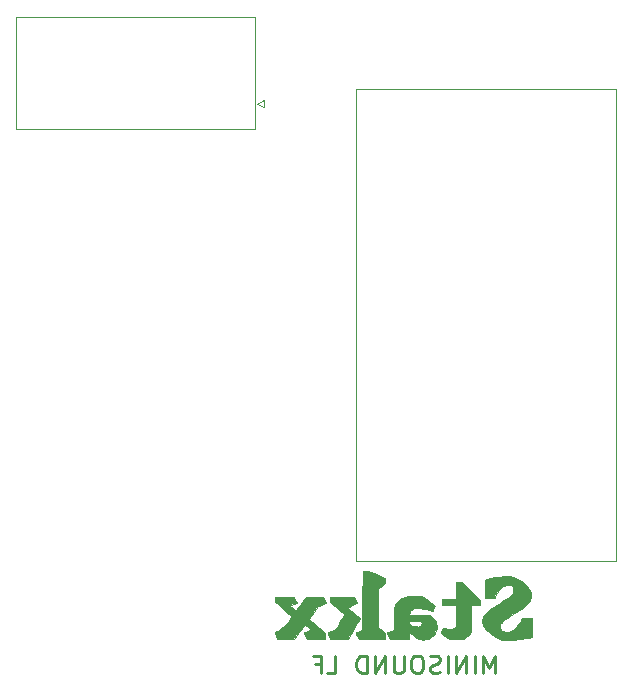
<source format=gbo>
G04 #@! TF.GenerationSoftware,KiCad,Pcbnew,(5.1.9)-1*
G04 #@! TF.CreationDate,2021-05-25T00:15:28+02:00*
G04 #@! TF.ProjectId,LF,4c462e6b-6963-4616-945f-706362585858,rev?*
G04 #@! TF.SameCoordinates,Original*
G04 #@! TF.FileFunction,Legend,Bot*
G04 #@! TF.FilePolarity,Positive*
%FSLAX46Y46*%
G04 Gerber Fmt 4.6, Leading zero omitted, Abs format (unit mm)*
G04 Created by KiCad (PCBNEW (5.1.9)-1) date 2021-05-25 00:15:28*
%MOMM*%
%LPD*%
G01*
G04 APERTURE LIST*
%ADD10C,0.120000*%
%ADD11C,0.220000*%
%ADD12C,0.010000*%
%ADD13O,3.600000X2.100000*%
%ADD14C,2.010000*%
%ADD15C,2.400000*%
G04 APERTURE END LIST*
D10*
X58590000Y-66970000D02*
X80590000Y-66970000D01*
X80590000Y-26970000D02*
X80590000Y-66970000D01*
X58590000Y-26970000D02*
X80590000Y-26970000D01*
X58590000Y-26970000D02*
X58590000Y-66970000D01*
D11*
X70352857Y-76448571D02*
X70352857Y-74948571D01*
X69852857Y-76020000D01*
X69352857Y-74948571D01*
X69352857Y-76448571D01*
X68638571Y-76448571D02*
X68638571Y-74948571D01*
X67924285Y-76448571D02*
X67924285Y-74948571D01*
X67067142Y-76448571D01*
X67067142Y-74948571D01*
X66352857Y-76448571D02*
X66352857Y-74948571D01*
X65710000Y-76377142D02*
X65495714Y-76448571D01*
X65138571Y-76448571D01*
X64995714Y-76377142D01*
X64924285Y-76305714D01*
X64852857Y-76162857D01*
X64852857Y-76020000D01*
X64924285Y-75877142D01*
X64995714Y-75805714D01*
X65138571Y-75734285D01*
X65424285Y-75662857D01*
X65567142Y-75591428D01*
X65638571Y-75520000D01*
X65710000Y-75377142D01*
X65710000Y-75234285D01*
X65638571Y-75091428D01*
X65567142Y-75020000D01*
X65424285Y-74948571D01*
X65067142Y-74948571D01*
X64852857Y-75020000D01*
X63924285Y-74948571D02*
X63638571Y-74948571D01*
X63495714Y-75020000D01*
X63352857Y-75162857D01*
X63281428Y-75448571D01*
X63281428Y-75948571D01*
X63352857Y-76234285D01*
X63495714Y-76377142D01*
X63638571Y-76448571D01*
X63924285Y-76448571D01*
X64067142Y-76377142D01*
X64210000Y-76234285D01*
X64281428Y-75948571D01*
X64281428Y-75448571D01*
X64210000Y-75162857D01*
X64067142Y-75020000D01*
X63924285Y-74948571D01*
X62638571Y-74948571D02*
X62638571Y-76162857D01*
X62567142Y-76305714D01*
X62495714Y-76377142D01*
X62352857Y-76448571D01*
X62067142Y-76448571D01*
X61924285Y-76377142D01*
X61852857Y-76305714D01*
X61781428Y-76162857D01*
X61781428Y-74948571D01*
X61067142Y-76448571D02*
X61067142Y-74948571D01*
X60210000Y-76448571D01*
X60210000Y-74948571D01*
X59495714Y-76448571D02*
X59495714Y-74948571D01*
X59138571Y-74948571D01*
X58924285Y-75020000D01*
X58781428Y-75162857D01*
X58710000Y-75305714D01*
X58638571Y-75591428D01*
X58638571Y-75805714D01*
X58710000Y-76091428D01*
X58781428Y-76234285D01*
X58924285Y-76377142D01*
X59138571Y-76448571D01*
X59495714Y-76448571D01*
X56138571Y-76448571D02*
X56852857Y-76448571D01*
X56852857Y-74948571D01*
X55138571Y-75662857D02*
X55638571Y-75662857D01*
X55638571Y-76448571D02*
X55638571Y-74948571D01*
X54924285Y-74948571D01*
D12*
G36*
X71397152Y-68234550D02*
G01*
X71085268Y-68245729D01*
X70748614Y-68275953D01*
X70401153Y-68323185D01*
X70056850Y-68385392D01*
X69729667Y-68460538D01*
X69594678Y-68497192D01*
X69478923Y-68530316D01*
X69478923Y-70070590D01*
X70329354Y-70070590D01*
X70402738Y-69921762D01*
X70556922Y-69650072D01*
X70738229Y-69407933D01*
X70823947Y-69312869D01*
X70955689Y-69184347D01*
X71076759Y-69089512D01*
X71195821Y-69022421D01*
X71307448Y-68981130D01*
X71467321Y-68951037D01*
X71608312Y-68957807D01*
X71727325Y-68999386D01*
X71821265Y-69073719D01*
X71887035Y-69178751D01*
X71921542Y-69312429D01*
X71926104Y-69391717D01*
X71919823Y-69489985D01*
X71899541Y-69582703D01*
X71862618Y-69672381D01*
X71806417Y-69761530D01*
X71728301Y-69852659D01*
X71625631Y-69948278D01*
X71495771Y-70050898D01*
X71336083Y-70163029D01*
X71143928Y-70287181D01*
X70916670Y-70425864D01*
X70713645Y-70545562D01*
X70463901Y-70693372D01*
X70250172Y-70825110D01*
X70068667Y-70943688D01*
X69915598Y-71052014D01*
X69787176Y-71152997D01*
X69679611Y-71249548D01*
X69589114Y-71344574D01*
X69511895Y-71440986D01*
X69471141Y-71499530D01*
X69387446Y-71639835D01*
X69333475Y-71768179D01*
X69304307Y-71899884D01*
X69295039Y-72047828D01*
X69295839Y-72136584D01*
X69302395Y-72203812D01*
X69318629Y-72265291D01*
X69348465Y-72336805D01*
X69386309Y-72414966D01*
X69496842Y-72597579D01*
X69644580Y-72780086D01*
X69822886Y-72957657D01*
X70025122Y-73125465D01*
X70244651Y-73278681D01*
X70474833Y-73412475D01*
X70709032Y-73522020D01*
X70940610Y-73602486D01*
X71058496Y-73631380D01*
X71174223Y-73647961D01*
X71320586Y-73657774D01*
X71484591Y-73660463D01*
X71653245Y-73655671D01*
X71738906Y-73650069D01*
X72030067Y-73622893D01*
X72322546Y-73588164D01*
X72606348Y-73547389D01*
X72871481Y-73502073D01*
X73107951Y-73453723D01*
X73220945Y-73426695D01*
X73458698Y-73366171D01*
X73464492Y-72589301D01*
X73470286Y-71812430D01*
X72637826Y-71812430D01*
X72537790Y-71984597D01*
X72380692Y-72229384D01*
X72214371Y-72440392D01*
X72040951Y-72616253D01*
X71862556Y-72755598D01*
X71681308Y-72857060D01*
X71499332Y-72919270D01*
X71318751Y-72940859D01*
X71141690Y-72920459D01*
X71102054Y-72909793D01*
X70986484Y-72853625D01*
X70893474Y-72765807D01*
X70828142Y-72655187D01*
X70795608Y-72530618D01*
X70800989Y-72400948D01*
X70802811Y-72392387D01*
X70827023Y-72308456D01*
X70862951Y-72233574D01*
X70917281Y-72157572D01*
X70996699Y-72070282D01*
X71048671Y-72018479D01*
X71114863Y-71957297D01*
X71190445Y-71894690D01*
X71279822Y-71827678D01*
X71387397Y-71753279D01*
X71517575Y-71668513D01*
X71674759Y-71570399D01*
X71863354Y-71455957D01*
X72003489Y-71372222D01*
X72223655Y-71239841D01*
X72409674Y-71124548D01*
X72566418Y-71022887D01*
X72698761Y-70931404D01*
X72811575Y-70846641D01*
X72909733Y-70765145D01*
X72998108Y-70683458D01*
X73053866Y-70627322D01*
X73193530Y-70470737D01*
X73296948Y-70326027D01*
X73367463Y-70185641D01*
X73408417Y-70042028D01*
X73423152Y-69887636D01*
X73421377Y-69796997D01*
X73408552Y-69668999D01*
X73382353Y-69563205D01*
X73352469Y-69488755D01*
X73242685Y-69294058D01*
X73094984Y-69100857D01*
X72915411Y-68914070D01*
X72710013Y-68738617D01*
X72484836Y-68579418D01*
X72245928Y-68441391D01*
X71999334Y-68329457D01*
X71871198Y-68283560D01*
X71801471Y-68262926D01*
X71734687Y-68248829D01*
X71659934Y-68240140D01*
X71566302Y-68235732D01*
X71442878Y-68234477D01*
X71397152Y-68234550D01*
G37*
X71397152Y-68234550D02*
X71085268Y-68245729D01*
X70748614Y-68275953D01*
X70401153Y-68323185D01*
X70056850Y-68385392D01*
X69729667Y-68460538D01*
X69594678Y-68497192D01*
X69478923Y-68530316D01*
X69478923Y-70070590D01*
X70329354Y-70070590D01*
X70402738Y-69921762D01*
X70556922Y-69650072D01*
X70738229Y-69407933D01*
X70823947Y-69312869D01*
X70955689Y-69184347D01*
X71076759Y-69089512D01*
X71195821Y-69022421D01*
X71307448Y-68981130D01*
X71467321Y-68951037D01*
X71608312Y-68957807D01*
X71727325Y-68999386D01*
X71821265Y-69073719D01*
X71887035Y-69178751D01*
X71921542Y-69312429D01*
X71926104Y-69391717D01*
X71919823Y-69489985D01*
X71899541Y-69582703D01*
X71862618Y-69672381D01*
X71806417Y-69761530D01*
X71728301Y-69852659D01*
X71625631Y-69948278D01*
X71495771Y-70050898D01*
X71336083Y-70163029D01*
X71143928Y-70287181D01*
X70916670Y-70425864D01*
X70713645Y-70545562D01*
X70463901Y-70693372D01*
X70250172Y-70825110D01*
X70068667Y-70943688D01*
X69915598Y-71052014D01*
X69787176Y-71152997D01*
X69679611Y-71249548D01*
X69589114Y-71344574D01*
X69511895Y-71440986D01*
X69471141Y-71499530D01*
X69387446Y-71639835D01*
X69333475Y-71768179D01*
X69304307Y-71899884D01*
X69295039Y-72047828D01*
X69295839Y-72136584D01*
X69302395Y-72203812D01*
X69318629Y-72265291D01*
X69348465Y-72336805D01*
X69386309Y-72414966D01*
X69496842Y-72597579D01*
X69644580Y-72780086D01*
X69822886Y-72957657D01*
X70025122Y-73125465D01*
X70244651Y-73278681D01*
X70474833Y-73412475D01*
X70709032Y-73522020D01*
X70940610Y-73602486D01*
X71058496Y-73631380D01*
X71174223Y-73647961D01*
X71320586Y-73657774D01*
X71484591Y-73660463D01*
X71653245Y-73655671D01*
X71738906Y-73650069D01*
X72030067Y-73622893D01*
X72322546Y-73588164D01*
X72606348Y-73547389D01*
X72871481Y-73502073D01*
X73107951Y-73453723D01*
X73220945Y-73426695D01*
X73458698Y-73366171D01*
X73464492Y-72589301D01*
X73470286Y-71812430D01*
X72637826Y-71812430D01*
X72537790Y-71984597D01*
X72380692Y-72229384D01*
X72214371Y-72440392D01*
X72040951Y-72616253D01*
X71862556Y-72755598D01*
X71681308Y-72857060D01*
X71499332Y-72919270D01*
X71318751Y-72940859D01*
X71141690Y-72920459D01*
X71102054Y-72909793D01*
X70986484Y-72853625D01*
X70893474Y-72765807D01*
X70828142Y-72655187D01*
X70795608Y-72530618D01*
X70800989Y-72400948D01*
X70802811Y-72392387D01*
X70827023Y-72308456D01*
X70862951Y-72233574D01*
X70917281Y-72157572D01*
X70996699Y-72070282D01*
X71048671Y-72018479D01*
X71114863Y-71957297D01*
X71190445Y-71894690D01*
X71279822Y-71827678D01*
X71387397Y-71753279D01*
X71517575Y-71668513D01*
X71674759Y-71570399D01*
X71863354Y-71455957D01*
X72003489Y-71372222D01*
X72223655Y-71239841D01*
X72409674Y-71124548D01*
X72566418Y-71022887D01*
X72698761Y-70931404D01*
X72811575Y-70846641D01*
X72909733Y-70765145D01*
X72998108Y-70683458D01*
X73053866Y-70627322D01*
X73193530Y-70470737D01*
X73296948Y-70326027D01*
X73367463Y-70185641D01*
X73408417Y-70042028D01*
X73423152Y-69887636D01*
X73421377Y-69796997D01*
X73408552Y-69668999D01*
X73382353Y-69563205D01*
X73352469Y-69488755D01*
X73242685Y-69294058D01*
X73094984Y-69100857D01*
X72915411Y-68914070D01*
X72710013Y-68738617D01*
X72484836Y-68579418D01*
X72245928Y-68441391D01*
X71999334Y-68329457D01*
X71871198Y-68283560D01*
X71801471Y-68262926D01*
X71734687Y-68248829D01*
X71659934Y-68240140D01*
X71566302Y-68235732D01*
X71442878Y-68234477D01*
X71397152Y-68234550D01*
G36*
X67053576Y-70158784D02*
G01*
X65885000Y-70158784D01*
X65885000Y-70687951D01*
X67053576Y-70687951D01*
X67053576Y-71566635D01*
X67053533Y-71786442D01*
X67053251Y-71966526D01*
X67052503Y-72111259D01*
X67051061Y-72225016D01*
X67048695Y-72312170D01*
X67045178Y-72377093D01*
X67040283Y-72424161D01*
X67033780Y-72457746D01*
X67025441Y-72482222D01*
X67015039Y-72501962D01*
X67003892Y-72519045D01*
X66935587Y-72595895D01*
X66846085Y-72649328D01*
X66726058Y-72684404D01*
X66685708Y-72691625D01*
X66502192Y-72700870D01*
X66299139Y-72673666D01*
X66131066Y-72627799D01*
X66056913Y-72605334D01*
X65998865Y-72591322D01*
X65970335Y-72588760D01*
X65954619Y-72609938D01*
X65926634Y-72661142D01*
X65891337Y-72731803D01*
X65853682Y-72811353D01*
X65818627Y-72889223D01*
X65791128Y-72954845D01*
X65776140Y-72997652D01*
X65774757Y-73005799D01*
X65791269Y-73023775D01*
X65837242Y-73064354D01*
X65907330Y-73123065D01*
X65996190Y-73195434D01*
X66098475Y-73276991D01*
X66105428Y-73282477D01*
X66223590Y-73375618D01*
X66316359Y-73446014D01*
X66393092Y-73497093D01*
X66463146Y-73532280D01*
X66535876Y-73555000D01*
X66620640Y-73568681D01*
X66726794Y-73576749D01*
X66863695Y-73582629D01*
X66932309Y-73585258D01*
X67133509Y-73588758D01*
X67300737Y-73581784D01*
X67428625Y-73566428D01*
X67662991Y-73513029D01*
X67861319Y-73435108D01*
X68025112Y-73331275D01*
X68155873Y-73200141D01*
X68255106Y-73040317D01*
X68324316Y-72850414D01*
X68353666Y-72711718D01*
X68358740Y-72658100D01*
X68363375Y-72565406D01*
X68367465Y-72438656D01*
X68370905Y-72282872D01*
X68373590Y-72103074D01*
X68375414Y-71904281D01*
X68376273Y-71691515D01*
X68376326Y-71630529D01*
X68376493Y-70687951D01*
X69082048Y-70687951D01*
X69082048Y-70277774D01*
X67578780Y-68703576D01*
X67053576Y-68703576D01*
X67053576Y-70158784D01*
G37*
X67053576Y-70158784D02*
X65885000Y-70158784D01*
X65885000Y-70687951D01*
X67053576Y-70687951D01*
X67053576Y-71566635D01*
X67053533Y-71786442D01*
X67053251Y-71966526D01*
X67052503Y-72111259D01*
X67051061Y-72225016D01*
X67048695Y-72312170D01*
X67045178Y-72377093D01*
X67040283Y-72424161D01*
X67033780Y-72457746D01*
X67025441Y-72482222D01*
X67015039Y-72501962D01*
X67003892Y-72519045D01*
X66935587Y-72595895D01*
X66846085Y-72649328D01*
X66726058Y-72684404D01*
X66685708Y-72691625D01*
X66502192Y-72700870D01*
X66299139Y-72673666D01*
X66131066Y-72627799D01*
X66056913Y-72605334D01*
X65998865Y-72591322D01*
X65970335Y-72588760D01*
X65954619Y-72609938D01*
X65926634Y-72661142D01*
X65891337Y-72731803D01*
X65853682Y-72811353D01*
X65818627Y-72889223D01*
X65791128Y-72954845D01*
X65776140Y-72997652D01*
X65774757Y-73005799D01*
X65791269Y-73023775D01*
X65837242Y-73064354D01*
X65907330Y-73123065D01*
X65996190Y-73195434D01*
X66098475Y-73276991D01*
X66105428Y-73282477D01*
X66223590Y-73375618D01*
X66316359Y-73446014D01*
X66393092Y-73497093D01*
X66463146Y-73532280D01*
X66535876Y-73555000D01*
X66620640Y-73568681D01*
X66726794Y-73576749D01*
X66863695Y-73582629D01*
X66932309Y-73585258D01*
X67133509Y-73588758D01*
X67300737Y-73581784D01*
X67428625Y-73566428D01*
X67662991Y-73513029D01*
X67861319Y-73435108D01*
X68025112Y-73331275D01*
X68155873Y-73200141D01*
X68255106Y-73040317D01*
X68324316Y-72850414D01*
X68353666Y-72711718D01*
X68358740Y-72658100D01*
X68363375Y-72565406D01*
X68367465Y-72438656D01*
X68370905Y-72282872D01*
X68373590Y-72103074D01*
X68375414Y-71904281D01*
X68376273Y-71691515D01*
X68376326Y-71630529D01*
X68376493Y-70687951D01*
X69082048Y-70687951D01*
X69082048Y-70277774D01*
X67578780Y-68703576D01*
X67053576Y-68703576D01*
X67053576Y-70158784D01*
G36*
X63196934Y-69906176D02*
G01*
X63042493Y-69923940D01*
X63037102Y-69924814D01*
X62760917Y-69987163D01*
X62516874Y-70077933D01*
X62305654Y-70196615D01*
X62127942Y-70342699D01*
X61984418Y-70515677D01*
X61875768Y-70715040D01*
X61836108Y-70820243D01*
X61826067Y-70855009D01*
X61817674Y-70895643D01*
X61810706Y-70946606D01*
X61804942Y-71012358D01*
X61800160Y-71097358D01*
X61796138Y-71206068D01*
X61792653Y-71342948D01*
X61789486Y-71512458D01*
X61786412Y-71719058D01*
X61784615Y-71855318D01*
X61772934Y-72769127D01*
X61541423Y-72862829D01*
X61441732Y-72902963D01*
X61351445Y-72938924D01*
X61281808Y-72966255D01*
X61248645Y-72978867D01*
X61187377Y-73001203D01*
X61320607Y-73266981D01*
X61453837Y-73532758D01*
X62274844Y-73526978D01*
X63095850Y-73521198D01*
X63099725Y-73260090D01*
X63102101Y-73157369D01*
X63105689Y-73071749D01*
X63110000Y-73012288D01*
X63114452Y-72988128D01*
X63134201Y-72997845D01*
X63183156Y-73031201D01*
X63256052Y-73084338D01*
X63347623Y-73153393D01*
X63452606Y-73234507D01*
X63483894Y-73259016D01*
X63616440Y-73361889D01*
X63720918Y-73439721D01*
X63802785Y-73496120D01*
X63867498Y-73534695D01*
X63920513Y-73559053D01*
X63953529Y-73569563D01*
X64095806Y-73591387D01*
X64270247Y-73592540D01*
X64470044Y-73572980D01*
X64471538Y-73572767D01*
X64701935Y-73521192D01*
X64903339Y-73437137D01*
X65074606Y-73321712D01*
X65214593Y-73176027D01*
X65322156Y-73001190D01*
X65396152Y-72798311D01*
X65426534Y-72646167D01*
X65436466Y-72442511D01*
X65406416Y-72248200D01*
X65394578Y-72216938D01*
X64157312Y-72216938D01*
X64141368Y-72315799D01*
X64091234Y-72400417D01*
X64010761Y-72460562D01*
X64003691Y-72463765D01*
X63918142Y-72486057D01*
X63805007Y-72494897D01*
X63678578Y-72490655D01*
X63553146Y-72473701D01*
X63458258Y-72449659D01*
X63357047Y-72413155D01*
X63262376Y-72373206D01*
X63182975Y-72334125D01*
X63127577Y-72300223D01*
X63104911Y-72275814D01*
X63104808Y-72275080D01*
X63102959Y-72241778D01*
X63100567Y-72181280D01*
X63099295Y-72143159D01*
X63095850Y-72032916D01*
X64101312Y-72032916D01*
X64135220Y-72114068D01*
X64157312Y-72216938D01*
X65394578Y-72216938D01*
X65335372Y-72060594D01*
X65222320Y-71877056D01*
X65066249Y-71694949D01*
X65058274Y-71686821D01*
X64877657Y-71503750D01*
X63106875Y-71503750D01*
X63106875Y-71441532D01*
X63127779Y-71313930D01*
X63186068Y-71191806D01*
X63275110Y-71083266D01*
X63388271Y-70996415D01*
X63517508Y-70939767D01*
X63657104Y-70914817D01*
X63829581Y-70911864D01*
X64035983Y-70931038D01*
X64277358Y-70972471D01*
X64554751Y-71036294D01*
X64788566Y-71099361D01*
X64892894Y-71128268D01*
X64980736Y-71151191D01*
X65044086Y-71166147D01*
X65074941Y-71171155D01*
X65076594Y-71170699D01*
X65088294Y-71147040D01*
X65112658Y-71093451D01*
X65145003Y-71020544D01*
X65180647Y-70938931D01*
X65214905Y-70859224D01*
X65233689Y-70814718D01*
X65266641Y-70735852D01*
X64832881Y-70386684D01*
X64710899Y-70289373D01*
X64597074Y-70200227D01*
X64496868Y-70123392D01*
X64415739Y-70063012D01*
X64359147Y-70023233D01*
X64335896Y-70009326D01*
X64231195Y-69974394D01*
X64091871Y-69945199D01*
X63927095Y-69922338D01*
X63746041Y-69906409D01*
X63557881Y-69898007D01*
X63371788Y-69897731D01*
X63196934Y-69906176D01*
G37*
X63196934Y-69906176D02*
X63042493Y-69923940D01*
X63037102Y-69924814D01*
X62760917Y-69987163D01*
X62516874Y-70077933D01*
X62305654Y-70196615D01*
X62127942Y-70342699D01*
X61984418Y-70515677D01*
X61875768Y-70715040D01*
X61836108Y-70820243D01*
X61826067Y-70855009D01*
X61817674Y-70895643D01*
X61810706Y-70946606D01*
X61804942Y-71012358D01*
X61800160Y-71097358D01*
X61796138Y-71206068D01*
X61792653Y-71342948D01*
X61789486Y-71512458D01*
X61786412Y-71719058D01*
X61784615Y-71855318D01*
X61772934Y-72769127D01*
X61541423Y-72862829D01*
X61441732Y-72902963D01*
X61351445Y-72938924D01*
X61281808Y-72966255D01*
X61248645Y-72978867D01*
X61187377Y-73001203D01*
X61320607Y-73266981D01*
X61453837Y-73532758D01*
X62274844Y-73526978D01*
X63095850Y-73521198D01*
X63099725Y-73260090D01*
X63102101Y-73157369D01*
X63105689Y-73071749D01*
X63110000Y-73012288D01*
X63114452Y-72988128D01*
X63134201Y-72997845D01*
X63183156Y-73031201D01*
X63256052Y-73084338D01*
X63347623Y-73153393D01*
X63452606Y-73234507D01*
X63483894Y-73259016D01*
X63616440Y-73361889D01*
X63720918Y-73439721D01*
X63802785Y-73496120D01*
X63867498Y-73534695D01*
X63920513Y-73559053D01*
X63953529Y-73569563D01*
X64095806Y-73591387D01*
X64270247Y-73592540D01*
X64470044Y-73572980D01*
X64471538Y-73572767D01*
X64701935Y-73521192D01*
X64903339Y-73437137D01*
X65074606Y-73321712D01*
X65214593Y-73176027D01*
X65322156Y-73001190D01*
X65396152Y-72798311D01*
X65426534Y-72646167D01*
X65436466Y-72442511D01*
X65406416Y-72248200D01*
X65394578Y-72216938D01*
X64157312Y-72216938D01*
X64141368Y-72315799D01*
X64091234Y-72400417D01*
X64010761Y-72460562D01*
X64003691Y-72463765D01*
X63918142Y-72486057D01*
X63805007Y-72494897D01*
X63678578Y-72490655D01*
X63553146Y-72473701D01*
X63458258Y-72449659D01*
X63357047Y-72413155D01*
X63262376Y-72373206D01*
X63182975Y-72334125D01*
X63127577Y-72300223D01*
X63104911Y-72275814D01*
X63104808Y-72275080D01*
X63102959Y-72241778D01*
X63100567Y-72181280D01*
X63099295Y-72143159D01*
X63095850Y-72032916D01*
X64101312Y-72032916D01*
X64135220Y-72114068D01*
X64157312Y-72216938D01*
X65394578Y-72216938D01*
X65335372Y-72060594D01*
X65222320Y-71877056D01*
X65066249Y-71694949D01*
X65058274Y-71686821D01*
X64877657Y-71503750D01*
X63106875Y-71503750D01*
X63106875Y-71441532D01*
X63127779Y-71313930D01*
X63186068Y-71191806D01*
X63275110Y-71083266D01*
X63388271Y-70996415D01*
X63517508Y-70939767D01*
X63657104Y-70914817D01*
X63829581Y-70911864D01*
X64035983Y-70931038D01*
X64277358Y-70972471D01*
X64554751Y-71036294D01*
X64788566Y-71099361D01*
X64892894Y-71128268D01*
X64980736Y-71151191D01*
X65044086Y-71166147D01*
X65074941Y-71171155D01*
X65076594Y-71170699D01*
X65088294Y-71147040D01*
X65112658Y-71093451D01*
X65145003Y-71020544D01*
X65180647Y-70938931D01*
X65214905Y-70859224D01*
X65233689Y-70814718D01*
X65266641Y-70735852D01*
X64832881Y-70386684D01*
X64710899Y-70289373D01*
X64597074Y-70200227D01*
X64496868Y-70123392D01*
X64415739Y-70063012D01*
X64359147Y-70023233D01*
X64335896Y-70009326D01*
X64231195Y-69974394D01*
X64091871Y-69945199D01*
X63927095Y-69922338D01*
X63746041Y-69906409D01*
X63557881Y-69898007D01*
X63371788Y-69897731D01*
X63196934Y-69906176D01*
G36*
X59390103Y-67782261D02*
G01*
X59149149Y-67788559D01*
X59143544Y-70303627D01*
X59137939Y-72818696D01*
X58867936Y-72902193D01*
X58764679Y-72934953D01*
X58676725Y-72964417D01*
X58612698Y-72987582D01*
X58581220Y-73001450D01*
X58580012Y-73002372D01*
X58582593Y-73027204D01*
X58602382Y-73083279D01*
X58636218Y-73162730D01*
X58680941Y-73257688D01*
X58689812Y-73275638D01*
X58817532Y-73532222D01*
X59926611Y-73532222D01*
X60183953Y-73532032D01*
X60400420Y-73531407D01*
X60579233Y-73530262D01*
X60723613Y-73528514D01*
X60836781Y-73526079D01*
X60921957Y-73522872D01*
X60982363Y-73518810D01*
X61021219Y-73513808D01*
X61041747Y-73507783D01*
X61046900Y-73503007D01*
X61051163Y-73469143D01*
X61053238Y-73402747D01*
X61052889Y-73315340D01*
X61051720Y-73266970D01*
X61045329Y-73060147D01*
X60462841Y-72551059D01*
X60461041Y-69215619D01*
X60759418Y-69023219D01*
X61057794Y-68830819D01*
X61051562Y-68599995D01*
X61045329Y-68369170D01*
X60604357Y-68182730D01*
X60452966Y-68118843D01*
X60295298Y-68052514D01*
X60142958Y-67988612D01*
X60007551Y-67932005D01*
X59900679Y-67887558D01*
X59897221Y-67886127D01*
X59631058Y-67775963D01*
X59390103Y-67782261D01*
G37*
X59390103Y-67782261D02*
X59149149Y-67788559D01*
X59143544Y-70303627D01*
X59137939Y-72818696D01*
X58867936Y-72902193D01*
X58764679Y-72934953D01*
X58676725Y-72964417D01*
X58612698Y-72987582D01*
X58581220Y-73001450D01*
X58580012Y-73002372D01*
X58582593Y-73027204D01*
X58602382Y-73083279D01*
X58636218Y-73162730D01*
X58680941Y-73257688D01*
X58689812Y-73275638D01*
X58817532Y-73532222D01*
X59926611Y-73532222D01*
X60183953Y-73532032D01*
X60400420Y-73531407D01*
X60579233Y-73530262D01*
X60723613Y-73528514D01*
X60836781Y-73526079D01*
X60921957Y-73522872D01*
X60982363Y-73518810D01*
X61021219Y-73513808D01*
X61041747Y-73507783D01*
X61046900Y-73503007D01*
X61051163Y-73469143D01*
X61053238Y-73402747D01*
X61052889Y-73315340D01*
X61051720Y-73266970D01*
X61045329Y-73060147D01*
X60462841Y-72551059D01*
X60461041Y-69215619D01*
X60759418Y-69023219D01*
X61057794Y-68830819D01*
X61051562Y-68599995D01*
X61045329Y-68369170D01*
X60604357Y-68182730D01*
X60452966Y-68118843D01*
X60295298Y-68052514D01*
X60142958Y-67988612D01*
X60007551Y-67932005D01*
X59900679Y-67887558D01*
X59897221Y-67886127D01*
X59631058Y-67775963D01*
X59390103Y-67782261D01*
G36*
X56361714Y-70197369D02*
G01*
X56363429Y-70434392D01*
X56988348Y-70929697D01*
X57152461Y-71060018D01*
X57284977Y-71166008D01*
X57389042Y-71250495D01*
X57467802Y-71316303D01*
X57524402Y-71366260D01*
X57561990Y-71403191D01*
X57583710Y-71429923D01*
X57592710Y-71449282D01*
X57592134Y-71464094D01*
X57589664Y-71469888D01*
X57573165Y-71499187D01*
X57537749Y-71560733D01*
X57486796Y-71648732D01*
X57423688Y-71757388D01*
X57351808Y-71880907D01*
X57274536Y-72013493D01*
X57195256Y-72149351D01*
X57117348Y-72282687D01*
X57044195Y-72407704D01*
X56979178Y-72518607D01*
X56925679Y-72609602D01*
X56887080Y-72674894D01*
X56866763Y-72708687D01*
X56866528Y-72709063D01*
X56836439Y-72731979D01*
X56771107Y-72765866D01*
X56677095Y-72807673D01*
X56560967Y-72854350D01*
X56522427Y-72868985D01*
X56411719Y-72911344D01*
X56316222Y-72949516D01*
X56243340Y-72980414D01*
X56200477Y-73000948D01*
X56192417Y-73006644D01*
X56197724Y-73032035D01*
X56220302Y-73088303D01*
X56256638Y-73167431D01*
X56303218Y-73261404D01*
X56309179Y-73273005D01*
X56437170Y-73521198D01*
X57190205Y-73526997D01*
X57943241Y-73532796D01*
X58241688Y-72986806D01*
X58331820Y-72822051D01*
X58426584Y-72649075D01*
X58520528Y-72477808D01*
X58608205Y-72318180D01*
X58684163Y-72180121D01*
X58728861Y-72099062D01*
X58917588Y-71757309D01*
X58856980Y-71706939D01*
X58823857Y-71680525D01*
X58760887Y-71631335D01*
X58673252Y-71563378D01*
X58566136Y-71480662D01*
X58444720Y-71387197D01*
X58314187Y-71286992D01*
X58304666Y-71279693D01*
X57812960Y-70902818D01*
X58029058Y-70799995D01*
X58150749Y-70742656D01*
X58288914Y-70678417D01*
X58419919Y-70618245D01*
X58462622Y-70598855D01*
X58552267Y-70556520D01*
X58625907Y-70518341D01*
X58674757Y-70489084D01*
X58690037Y-70475434D01*
X58684451Y-70447112D01*
X58661971Y-70388138D01*
X58626123Y-70306945D01*
X58580433Y-70211966D01*
X58577117Y-70205338D01*
X58454249Y-69960347D01*
X56360000Y-69960347D01*
X56361714Y-70197369D01*
G37*
X56361714Y-70197369D02*
X56363429Y-70434392D01*
X56988348Y-70929697D01*
X57152461Y-71060018D01*
X57284977Y-71166008D01*
X57389042Y-71250495D01*
X57467802Y-71316303D01*
X57524402Y-71366260D01*
X57561990Y-71403191D01*
X57583710Y-71429923D01*
X57592710Y-71449282D01*
X57592134Y-71464094D01*
X57589664Y-71469888D01*
X57573165Y-71499187D01*
X57537749Y-71560733D01*
X57486796Y-71648732D01*
X57423688Y-71757388D01*
X57351808Y-71880907D01*
X57274536Y-72013493D01*
X57195256Y-72149351D01*
X57117348Y-72282687D01*
X57044195Y-72407704D01*
X56979178Y-72518607D01*
X56925679Y-72609602D01*
X56887080Y-72674894D01*
X56866763Y-72708687D01*
X56866528Y-72709063D01*
X56836439Y-72731979D01*
X56771107Y-72765866D01*
X56677095Y-72807673D01*
X56560967Y-72854350D01*
X56522427Y-72868985D01*
X56411719Y-72911344D01*
X56316222Y-72949516D01*
X56243340Y-72980414D01*
X56200477Y-73000948D01*
X56192417Y-73006644D01*
X56197724Y-73032035D01*
X56220302Y-73088303D01*
X56256638Y-73167431D01*
X56303218Y-73261404D01*
X56309179Y-73273005D01*
X56437170Y-73521198D01*
X57190205Y-73526997D01*
X57943241Y-73532796D01*
X58241688Y-72986806D01*
X58331820Y-72822051D01*
X58426584Y-72649075D01*
X58520528Y-72477808D01*
X58608205Y-72318180D01*
X58684163Y-72180121D01*
X58728861Y-72099062D01*
X58917588Y-71757309D01*
X58856980Y-71706939D01*
X58823857Y-71680525D01*
X58760887Y-71631335D01*
X58673252Y-71563378D01*
X58566136Y-71480662D01*
X58444720Y-71387197D01*
X58314187Y-71286992D01*
X58304666Y-71279693D01*
X57812960Y-70902818D01*
X58029058Y-70799995D01*
X58150749Y-70742656D01*
X58288914Y-70678417D01*
X58419919Y-70618245D01*
X58462622Y-70598855D01*
X58552267Y-70556520D01*
X58625907Y-70518341D01*
X58674757Y-70489084D01*
X58690037Y-70475434D01*
X58684451Y-70447112D01*
X58661971Y-70388138D01*
X58626123Y-70306945D01*
X58580433Y-70211966D01*
X58577117Y-70205338D01*
X58454249Y-69960347D01*
X56360000Y-69960347D01*
X56361714Y-70197369D01*
G36*
X55092751Y-69965568D02*
G01*
X54365096Y-69971371D01*
X53923876Y-70560635D01*
X53818461Y-70701006D01*
X53721419Y-70829436D01*
X53635897Y-70941820D01*
X53565044Y-71034052D01*
X53512008Y-71102027D01*
X53479939Y-71141641D01*
X53471632Y-71150299D01*
X53452388Y-71136218D01*
X53407314Y-71097338D01*
X53342612Y-71039170D01*
X53264481Y-70967222D01*
X53242042Y-70946293D01*
X53023477Y-70741886D01*
X53302676Y-70612015D01*
X53403236Y-70564760D01*
X53487707Y-70524153D01*
X53548903Y-70493719D01*
X53579640Y-70476984D01*
X53581875Y-70475047D01*
X53572616Y-70453788D01*
X53547305Y-70400734D01*
X53509637Y-70323516D01*
X53463307Y-70229769D01*
X53455539Y-70214149D01*
X53329203Y-69960347D01*
X51751840Y-69960347D01*
X51751840Y-70418455D01*
X51966814Y-70603827D01*
X52042465Y-70669058D01*
X52144423Y-70756968D01*
X52265595Y-70861443D01*
X52398888Y-70976366D01*
X52537210Y-71095623D01*
X52659950Y-71201444D01*
X52783176Y-71307946D01*
X52895346Y-71405394D01*
X52992148Y-71490005D01*
X53069272Y-71557992D01*
X53122408Y-71605570D01*
X53147245Y-71628955D01*
X53148429Y-71630381D01*
X53138268Y-71651576D01*
X53104364Y-71702790D01*
X53050126Y-71779301D01*
X52978966Y-71876383D01*
X52894295Y-71989313D01*
X52802049Y-72110090D01*
X52445354Y-72573107D01*
X52082104Y-72777042D01*
X51967149Y-72841359D01*
X51865121Y-72898025D01*
X51782351Y-72943557D01*
X51725174Y-72974472D01*
X51699920Y-72987286D01*
X51699761Y-72987342D01*
X51702091Y-73008134D01*
X51721696Y-73060770D01*
X51755514Y-73137964D01*
X51800481Y-73232433D01*
X51815643Y-73262964D01*
X51950617Y-73532222D01*
X53381512Y-73532222D01*
X53813981Y-72925885D01*
X53916877Y-72782229D01*
X54011901Y-72650722D01*
X54095990Y-72535518D01*
X54166079Y-72440766D01*
X54219103Y-72370618D01*
X54251999Y-72329225D01*
X54261595Y-72319548D01*
X54281711Y-72333317D01*
X54327184Y-72370385D01*
X54390734Y-72424400D01*
X54465082Y-72489007D01*
X54542947Y-72557851D01*
X54617050Y-72624579D01*
X54680112Y-72682835D01*
X54705029Y-72706609D01*
X54712963Y-72721128D01*
X54703770Y-72738224D01*
X54672346Y-72761251D01*
X54613587Y-72793563D01*
X54522389Y-72838515D01*
X54456982Y-72869639D01*
X54356380Y-72917952D01*
X54271830Y-72960012D01*
X54210491Y-72992146D01*
X54179525Y-73010677D01*
X54177187Y-73013249D01*
X54186473Y-73036170D01*
X54211854Y-73090696D01*
X54249618Y-73169034D01*
X54296053Y-73263392D01*
X54303523Y-73278420D01*
X54429859Y-73532222D01*
X56007222Y-73532222D01*
X56007222Y-73072108D01*
X55615859Y-72733035D01*
X55479448Y-72614928D01*
X55330625Y-72486207D01*
X55180528Y-72356496D01*
X55040296Y-72235422D01*
X54921066Y-72132607D01*
X54910215Y-72123260D01*
X54595935Y-71852558D01*
X54637988Y-71793909D01*
X54662465Y-71761050D01*
X54709845Y-71698571D01*
X54776087Y-71611758D01*
X54857150Y-71505898D01*
X54948991Y-71386277D01*
X55041732Y-71265762D01*
X55403422Y-70796264D01*
X55732883Y-70641047D01*
X55843136Y-70588902D01*
X55938527Y-70543402D01*
X56012301Y-70507799D01*
X56057697Y-70485350D01*
X56068996Y-70479182D01*
X56062237Y-70458148D01*
X56039026Y-70405322D01*
X56002834Y-70328254D01*
X55957132Y-70234491D01*
X55948028Y-70216149D01*
X55820407Y-69959765D01*
X55092751Y-69965568D01*
G37*
X55092751Y-69965568D02*
X54365096Y-69971371D01*
X53923876Y-70560635D01*
X53818461Y-70701006D01*
X53721419Y-70829436D01*
X53635897Y-70941820D01*
X53565044Y-71034052D01*
X53512008Y-71102027D01*
X53479939Y-71141641D01*
X53471632Y-71150299D01*
X53452388Y-71136218D01*
X53407314Y-71097338D01*
X53342612Y-71039170D01*
X53264481Y-70967222D01*
X53242042Y-70946293D01*
X53023477Y-70741886D01*
X53302676Y-70612015D01*
X53403236Y-70564760D01*
X53487707Y-70524153D01*
X53548903Y-70493719D01*
X53579640Y-70476984D01*
X53581875Y-70475047D01*
X53572616Y-70453788D01*
X53547305Y-70400734D01*
X53509637Y-70323516D01*
X53463307Y-70229769D01*
X53455539Y-70214149D01*
X53329203Y-69960347D01*
X51751840Y-69960347D01*
X51751840Y-70418455D01*
X51966814Y-70603827D01*
X52042465Y-70669058D01*
X52144423Y-70756968D01*
X52265595Y-70861443D01*
X52398888Y-70976366D01*
X52537210Y-71095623D01*
X52659950Y-71201444D01*
X52783176Y-71307946D01*
X52895346Y-71405394D01*
X52992148Y-71490005D01*
X53069272Y-71557992D01*
X53122408Y-71605570D01*
X53147245Y-71628955D01*
X53148429Y-71630381D01*
X53138268Y-71651576D01*
X53104364Y-71702790D01*
X53050126Y-71779301D01*
X52978966Y-71876383D01*
X52894295Y-71989313D01*
X52802049Y-72110090D01*
X52445354Y-72573107D01*
X52082104Y-72777042D01*
X51967149Y-72841359D01*
X51865121Y-72898025D01*
X51782351Y-72943557D01*
X51725174Y-72974472D01*
X51699920Y-72987286D01*
X51699761Y-72987342D01*
X51702091Y-73008134D01*
X51721696Y-73060770D01*
X51755514Y-73137964D01*
X51800481Y-73232433D01*
X51815643Y-73262964D01*
X51950617Y-73532222D01*
X53381512Y-73532222D01*
X53813981Y-72925885D01*
X53916877Y-72782229D01*
X54011901Y-72650722D01*
X54095990Y-72535518D01*
X54166079Y-72440766D01*
X54219103Y-72370618D01*
X54251999Y-72329225D01*
X54261595Y-72319548D01*
X54281711Y-72333317D01*
X54327184Y-72370385D01*
X54390734Y-72424400D01*
X54465082Y-72489007D01*
X54542947Y-72557851D01*
X54617050Y-72624579D01*
X54680112Y-72682835D01*
X54705029Y-72706609D01*
X54712963Y-72721128D01*
X54703770Y-72738224D01*
X54672346Y-72761251D01*
X54613587Y-72793563D01*
X54522389Y-72838515D01*
X54456982Y-72869639D01*
X54356380Y-72917952D01*
X54271830Y-72960012D01*
X54210491Y-72992146D01*
X54179525Y-73010677D01*
X54177187Y-73013249D01*
X54186473Y-73036170D01*
X54211854Y-73090696D01*
X54249618Y-73169034D01*
X54296053Y-73263392D01*
X54303523Y-73278420D01*
X54429859Y-73532222D01*
X56007222Y-73532222D01*
X56007222Y-73072108D01*
X55615859Y-72733035D01*
X55479448Y-72614928D01*
X55330625Y-72486207D01*
X55180528Y-72356496D01*
X55040296Y-72235422D01*
X54921066Y-72132607D01*
X54910215Y-72123260D01*
X54595935Y-71852558D01*
X54637988Y-71793909D01*
X54662465Y-71761050D01*
X54709845Y-71698571D01*
X54776087Y-71611758D01*
X54857150Y-71505898D01*
X54948991Y-71386277D01*
X55041732Y-71265762D01*
X55403422Y-70796264D01*
X55732883Y-70641047D01*
X55843136Y-70588902D01*
X55938527Y-70543402D01*
X56012301Y-70507799D01*
X56057697Y-70485350D01*
X56068996Y-70479182D01*
X56062237Y-70458148D01*
X56039026Y-70405322D01*
X56002834Y-70328254D01*
X55957132Y-70234491D01*
X55948028Y-70216149D01*
X55820407Y-69959765D01*
X55092751Y-69965568D01*
D10*
X29790000Y-20910000D02*
X50010000Y-20910000D01*
X50810000Y-27920000D02*
X50210000Y-28220000D01*
X50010000Y-30390000D02*
X29790000Y-30390000D01*
X50010000Y-20910000D02*
X50010000Y-30390000D01*
X29790000Y-30390000D02*
X29790000Y-20910000D01*
X50210000Y-28220000D02*
X50810000Y-28520000D01*
X50810000Y-28520000D02*
X50810000Y-27920000D01*
%LPC*%
G36*
G01*
X49450100Y-29270000D02*
X46349900Y-29270000D01*
G75*
G02*
X46100000Y-29020100I0J249900D01*
G01*
X46100000Y-27419900D01*
G75*
G02*
X46349900Y-27170000I249900J0D01*
G01*
X49450100Y-27170000D01*
G75*
G02*
X49700000Y-27419900I0J-249900D01*
G01*
X49700000Y-29020100D01*
G75*
G02*
X49450100Y-29270000I-249900J0D01*
G01*
G37*
D13*
X42820000Y-23140000D03*
X42820000Y-28220000D03*
X47900000Y-23140000D03*
D14*
X26120000Y-41270000D03*
X27320000Y-36170000D03*
X27320000Y-33970000D03*
X22220000Y-41270000D03*
X23420000Y-36170000D03*
X23420000Y-33970000D03*
D15*
X86120000Y-28220000D03*
X53120000Y-28220000D03*
X115000000Y-34690000D03*
X92500000Y-34690000D03*
X120000000Y-34690000D03*
X48040000Y-36020000D03*
X86140000Y-34720000D03*
G36*
G01*
X35500000Y-60933000D02*
X40000000Y-60933000D01*
G75*
G02*
X40750000Y-61683000I0J-750000D01*
G01*
X40750000Y-63183000D01*
G75*
G02*
X40000000Y-63933000I-750000J0D01*
G01*
X35500000Y-63933000D01*
G75*
G02*
X34750000Y-63183000I0J750000D01*
G01*
X34750000Y-61683000D01*
G75*
G02*
X35500000Y-60933000I750000J0D01*
G01*
G37*
G36*
G01*
X44914200Y-56500000D02*
X44914200Y-61000000D01*
G75*
G02*
X44164200Y-61750000I-750000J0D01*
G01*
X42664200Y-61750000D01*
G75*
G02*
X41914200Y-61000000I0J750000D01*
G01*
X41914200Y-56500000D01*
G75*
G02*
X42664200Y-55750000I750000J0D01*
G01*
X44164200Y-55750000D01*
G75*
G02*
X44914200Y-56500000I0J-750000D01*
G01*
G37*
G36*
G01*
X40000000Y-56567000D02*
X35500000Y-56567000D01*
G75*
G02*
X34750000Y-55817000I0J750000D01*
G01*
X34750000Y-54317000D01*
G75*
G02*
X35500000Y-53567000I750000J0D01*
G01*
X40000000Y-53567000D01*
G75*
G02*
X40750000Y-54317000I0J-750000D01*
G01*
X40750000Y-55817000D01*
G75*
G02*
X40000000Y-56567000I-750000J0D01*
G01*
G37*
G36*
G01*
X33611200Y-56500000D02*
X33611200Y-61000000D01*
G75*
G02*
X32861200Y-61750000I-750000J0D01*
G01*
X31361200Y-61750000D01*
G75*
G02*
X30611200Y-61000000I0J750000D01*
G01*
X30611200Y-56500000D01*
G75*
G02*
X31361200Y-55750000I750000J0D01*
G01*
X32861200Y-55750000D01*
G75*
G02*
X33611200Y-56500000I0J-750000D01*
G01*
G37*
G36*
G01*
X103111200Y-56503000D02*
X103111200Y-61003000D01*
G75*
G02*
X102361200Y-61753000I-750000J0D01*
G01*
X100861200Y-61753000D01*
G75*
G02*
X100111200Y-61003000I0J750000D01*
G01*
X100111200Y-56503000D01*
G75*
G02*
X100861200Y-55753000I750000J0D01*
G01*
X102361200Y-55753000D01*
G75*
G02*
X103111200Y-56503000I0J-750000D01*
G01*
G37*
G36*
G01*
X109500000Y-56570000D02*
X105000000Y-56570000D01*
G75*
G02*
X104250000Y-55820000I0J750000D01*
G01*
X104250000Y-54320000D01*
G75*
G02*
X105000000Y-53570000I750000J0D01*
G01*
X109500000Y-53570000D01*
G75*
G02*
X110250000Y-54320000I0J-750000D01*
G01*
X110250000Y-55820000D01*
G75*
G02*
X109500000Y-56570000I-750000J0D01*
G01*
G37*
G36*
G01*
X114414200Y-56503000D02*
X114414200Y-61003000D01*
G75*
G02*
X113664200Y-61753000I-750000J0D01*
G01*
X112164200Y-61753000D01*
G75*
G02*
X111414200Y-61003000I0J750000D01*
G01*
X111414200Y-56503000D01*
G75*
G02*
X112164200Y-55753000I750000J0D01*
G01*
X113664200Y-55753000D01*
G75*
G02*
X114414200Y-56503000I0J-750000D01*
G01*
G37*
G36*
G01*
X105000000Y-60936000D02*
X109500000Y-60936000D01*
G75*
G02*
X110250000Y-61686000I0J-750000D01*
G01*
X110250000Y-63186000D01*
G75*
G02*
X109500000Y-63936000I-750000J0D01*
G01*
X105000000Y-63936000D01*
G75*
G02*
X104250000Y-63186000I0J750000D01*
G01*
X104250000Y-61686000D01*
G75*
G02*
X105000000Y-60936000I750000J0D01*
G01*
G37*
M02*

</source>
